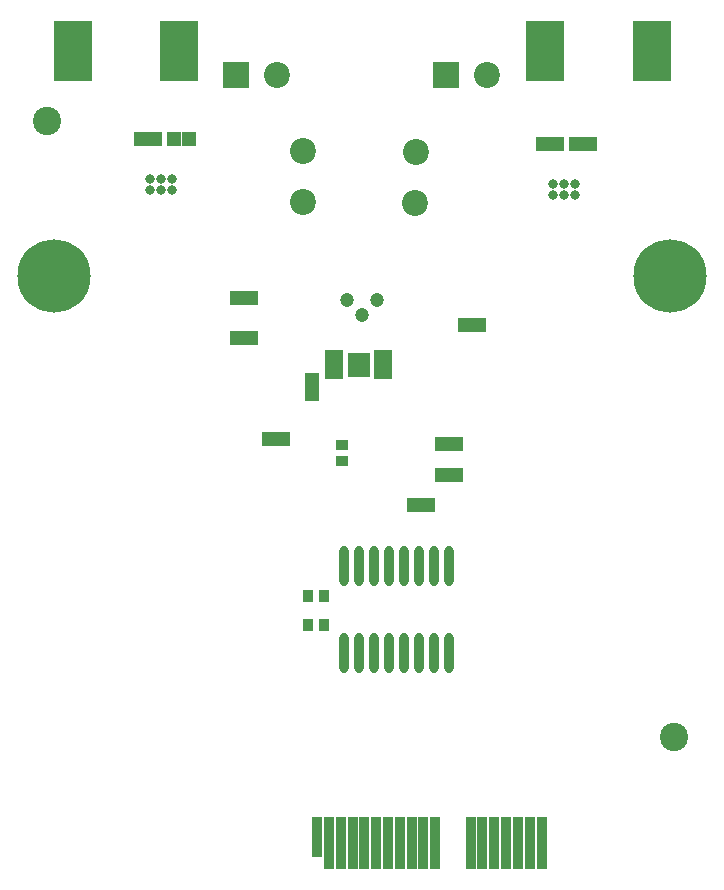
<source format=gbs>
G04*
G04 #@! TF.GenerationSoftware,Altium Limited,Altium Designer,19.0.15 (446)*
G04*
G04 Layer_Color=16711935*
%FSLAX42Y42*%
%MOMM*%
G71*
G01*
G75*
%ADD14C,2.40*%
%ADD19R,1.20X1.20*%
%ADD21R,1.20X1.20*%
%ADD29R,1.10X0.90*%
%ADD34R,0.90X4.40*%
%ADD35R,0.90X3.40*%
%ADD36R,0.90X1.10*%
%ADD39R,3.20X5.20*%
%ADD41C,2.20*%
%ADD42C,1.20*%
%ADD43R,2.20X2.20*%
%ADD44C,6.20*%
%ADD45C,0.80*%
%ADD46C,1.10*%
%ADD94O,0.80X3.40*%
%ADD95R,1.88X2.08*%
%ADD96R,1.55X0.50*%
D14*
X3230Y8610D02*
D03*
X8540Y3400D02*
D03*
D19*
X5479Y6300D02*
D03*
Y6420D02*
D03*
X6575Y5880D02*
D03*
D21*
X6770Y6885D02*
D03*
X6890D02*
D03*
X4960Y7110D02*
D03*
X4840D02*
D03*
X4960Y6770D02*
D03*
X4840D02*
D03*
X5110Y5920D02*
D03*
X5230D02*
D03*
X6695Y5880D02*
D03*
X6455Y5360D02*
D03*
X6335D02*
D03*
X6695Y5610D02*
D03*
X6575D02*
D03*
X4430Y8460D02*
D03*
X4310D02*
D03*
X4030D02*
D03*
X4150D02*
D03*
X7430Y8420D02*
D03*
X7550D02*
D03*
X7830Y8420D02*
D03*
X7710D02*
D03*
D29*
X5730Y5870D02*
D03*
Y5730D02*
D03*
D34*
X7419Y2500D02*
D03*
X7019D02*
D03*
X6319D02*
D03*
X6219D02*
D03*
X6119D02*
D03*
X7119D02*
D03*
X5919D02*
D03*
X6519D02*
D03*
X7219D02*
D03*
X5619D02*
D03*
X6419D02*
D03*
X6019D02*
D03*
X6819D02*
D03*
X7319D02*
D03*
X6919D02*
D03*
X5719D02*
D03*
X5819D02*
D03*
D35*
X5519Y2550D02*
D03*
D36*
X5580Y4590D02*
D03*
X5440D02*
D03*
X5580Y4340D02*
D03*
X5440D02*
D03*
D39*
X7450Y9200D02*
D03*
X8350D02*
D03*
X3450D02*
D03*
X4350D02*
D03*
D41*
X5402Y8356D02*
D03*
X6353Y8350D02*
D03*
X6349Y7917D02*
D03*
X5398Y7923D02*
D03*
X6960Y9000D02*
D03*
X5180D02*
D03*
D42*
X5772Y7097D02*
D03*
X5899Y6970D02*
D03*
X6026Y7097D02*
D03*
D43*
X6610Y9000D02*
D03*
X4830D02*
D03*
D44*
X8510Y7300D02*
D03*
X3290D02*
D03*
D45*
X7515Y8075D02*
D03*
X7610Y7985D02*
D03*
Y8075D02*
D03*
X7705Y7985D02*
D03*
Y8075D02*
D03*
X7518Y7985D02*
D03*
X4100Y8117D02*
D03*
X4195Y8026D02*
D03*
Y8117D02*
D03*
X4290Y8026D02*
D03*
Y8117D02*
D03*
X4103Y8026D02*
D03*
D46*
X8510Y7525D02*
D03*
X8735Y7300D02*
D03*
X8285D02*
D03*
X8510Y7075D02*
D03*
X8660Y7150D02*
D03*
X8360D02*
D03*
X8685Y7450D02*
D03*
X8360D02*
D03*
X3290Y7525D02*
D03*
X3515Y7300D02*
D03*
X3065D02*
D03*
X3290Y7075D02*
D03*
X3440Y7150D02*
D03*
X3140D02*
D03*
X3465Y7450D02*
D03*
X3140D02*
D03*
D94*
X5748Y4840D02*
D03*
X5875D02*
D03*
X6002D02*
D03*
X6129D02*
D03*
X6256D02*
D03*
X6383D02*
D03*
X6510D02*
D03*
X6637D02*
D03*
X5748Y4110D02*
D03*
X5875D02*
D03*
X6002D02*
D03*
X6129D02*
D03*
X6256D02*
D03*
X6383D02*
D03*
X6510D02*
D03*
X6637D02*
D03*
D95*
X5870Y6549D02*
D03*
D96*
X6080Y6649D02*
D03*
Y6599D02*
D03*
Y6549D02*
D03*
Y6499D02*
D03*
Y6449D02*
D03*
X5660Y6649D02*
D03*
Y6599D02*
D03*
Y6549D02*
D03*
Y6499D02*
D03*
Y6449D02*
D03*
M02*

</source>
